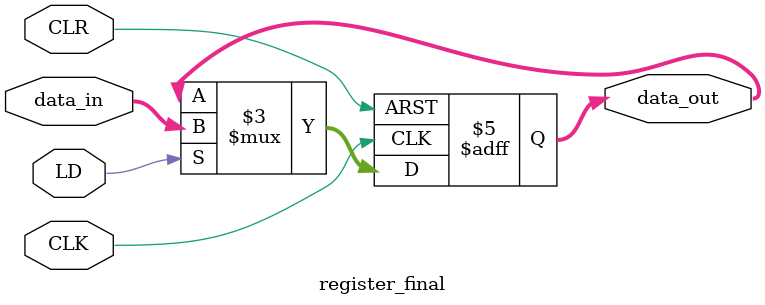
<source format=v>
`timescale 1ns / 1ps


// register to store output
module register_final(CLK, data_in, LD, CLR, data_out);

 input LD, CLR, CLK;
 input signed [31:0] data_in;
 output reg signed [31:0] data_out = 0;
 
    always @(posedge CLR, posedge CLK)
    begin
         if (CLR)
            data_out <= 32'b0000000000000000_0000000000000000;
         else if(LD)
            data_out <= data_in;
    end

endmodule
</source>
